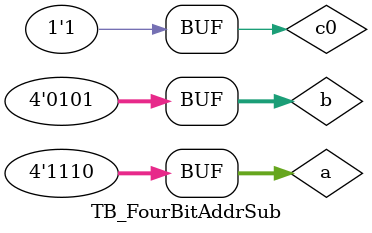
<source format=v>
`timescale 1ns / 1ps


module TB_FourBitAddrSub;

	// Inputs
	reg [3:0] a;
	reg [3:0] b;
	reg c0;

	// Outputs
	wire [3:0] s;
	wire c4;
	wire v;

	// Instantiate the Unit Under Test (UUT)
	FourBitAddrSub uut (
		.a(a), 
		.b(b), 
		.c0(c0), 
		.s(s), 
		.c4(c4), 
		.v(v)
	);

	initial begin
		
		// 1110 - 0101
		a = 4'b1110;
		b = 4'b0101;
	   c0= 1;
	
		#100;
		
		
	end
      
endmodule


</source>
